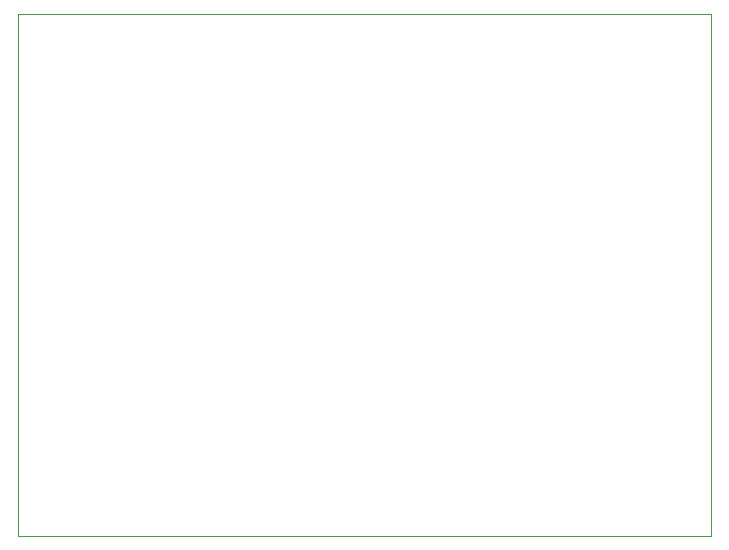
<source format=gbr>
%TF.GenerationSoftware,KiCad,Pcbnew,7.0.1*%
%TF.CreationDate,2023-11-14T13:07:04+01:00*%
%TF.ProjectId,Driver_detector,44726976-6572-45f6-9465-746563746f72,rev?*%
%TF.SameCoordinates,Original*%
%TF.FileFunction,Profile,NP*%
%FSLAX46Y46*%
G04 Gerber Fmt 4.6, Leading zero omitted, Abs format (unit mm)*
G04 Created by KiCad (PCBNEW 7.0.1) date 2023-11-14 13:07:04*
%MOMM*%
%LPD*%
G01*
G04 APERTURE LIST*
%TA.AperFunction,Profile*%
%ADD10C,0.100000*%
%TD*%
G04 APERTURE END LIST*
D10*
X201460000Y-46928000D02*
X260146000Y-46928000D01*
X260146000Y-91186000D01*
X201460000Y-91186000D01*
X201460000Y-46928000D01*
M02*

</source>
